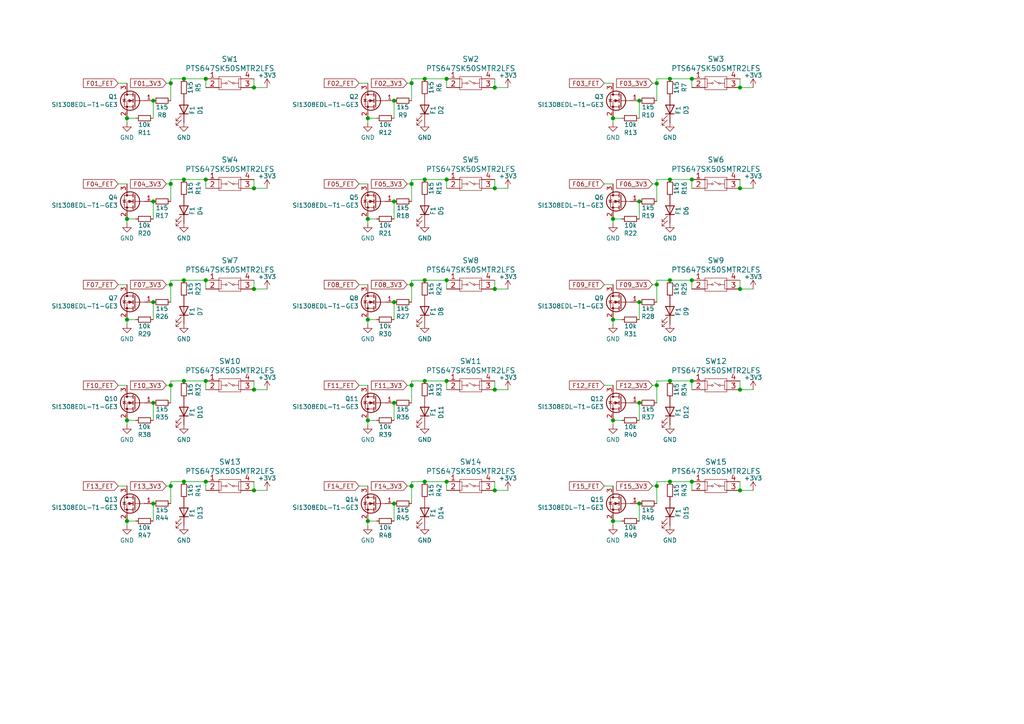
<source format=kicad_sch>
(kicad_sch (version 20210126) (generator eeschema)
  (paper "A4")
  (lib_symbols
    (symbol "Device:LED" (pin_numbers hide) (pin_names (offset 1.016) hide)
      (property "Reference" "D" (at 0 2.54 0))
      (property "Value" "LED" (at 0 -2.54 0))
      (symbol "LED_1_1"
        (pin passive line (at -3.81 0 0) (length 2.54) (name "K") (number "1"))
        (pin passive line (at 3.81 0 180) (length 2.54) (name "A") (number "2"))
      )
    )
    (symbol "Device:R_Small" (pin_numbers hide) (pin_names (offset 0.254) hide)
      (property "Reference" "R" (at 0.762 0.508 0))
      (property "Value" "R_Small" (at 0.762 -1.016 0))
      (symbol "R_Small_1_1"
        (pin passive line (at 0 2.54 270) (length 0.762) (name "~") (number "1"))
        (pin passive line (at 0 -2.54 90) (length 0.762) (name "~") (number "2"))
      )
    )
    (symbol "PTS-647-SK50-SMTR2-LFS:PTS647SK50SMTR2LFS" (pin_names (offset 0.254) hide)
      (property "Reference" "SW" (at 10.795 5.715 0))
      (property "Value" "PTS647SK50SMTR2LFS" (at 10.795 3.175 0))
      (symbol "PTS647SK50SMTR2LFS_1_1"
        (pin unspecified line (at 3.81 0 0) (length 3.81) (name "1") (number "1"))
        (pin unspecified line (at 3.81 -2.54 0) (length 3.81) (name "2") (number "2"))
        (pin unspecified line (at 17.78 -2.54 180) (length 3.81) (name "3") (number "3"))
        (pin unspecified line (at 17.78 0 180) (length 3.81) (name "4") (number "4"))
      )
    )
    (symbol "Transistor_FET:ZXM61N03F" (pin_names hide)
      (property "Reference" "Q" (at 5.08 1.905 0))
      (property "Value" "ZXM61N03F" (at 5.08 0 0))
      (symbol "ZXM61N03F_1_1"
        (pin input line (at -5.08 0 0) (length 2.54) (name "G") (number "1"))
        (pin passive line (at 2.54 -5.08 90) (length 2.54) (name "S") (number "2"))
        (pin passive line (at 2.54 5.08 270) (length 2.54) (name "D") (number "3"))
      )
    )
    (symbol "power:+3.3V" (power) (pin_names (offset 0))
      (property "Value" "+3.3V" (at 0 3.556 0))
      (symbol "+3.3V_1_1"
        (pin power_in line (at 0 0 90) (length 0) hide (name "+3V3") (number "1"))
      )
    )
    (symbol "power:GND" (power) (pin_names (offset 0))
      (property "Value" "GND" (at 0 -3.81 0))
      (symbol "GND_1_1"
        (pin power_in line (at 0 0 270) (length 0) hide (name "GND") (number "1"))
      )
    )
  )
  (junction (at 36.83 34.29) (diameter 1.016))
  (junction (at 36.83 63.5) (diameter 1.016))
  (junction (at 36.83 92.71) (diameter 1.016))
  (junction (at 36.83 121.92) (diameter 1.016))
  (junction (at 36.83 151.13) (diameter 1.016))
  (junction (at 44.45 29.21) (diameter 1.016))
  (junction (at 44.45 58.42) (diameter 1.016))
  (junction (at 44.45 87.63) (diameter 1.016))
  (junction (at 44.45 116.84) (diameter 1.016))
  (junction (at 44.45 146.05) (diameter 1.016))
  (junction (at 49.53 24.13) (diameter 1.016))
  (junction (at 49.53 53.34) (diameter 1.016))
  (junction (at 49.53 82.55) (diameter 1.016))
  (junction (at 49.53 111.76) (diameter 1.016))
  (junction (at 49.53 140.97) (diameter 1.016))
  (junction (at 53.34 22.86) (diameter 1.016))
  (junction (at 53.34 52.07) (diameter 1.016))
  (junction (at 53.34 81.28) (diameter 1.016))
  (junction (at 53.34 110.49) (diameter 1.016))
  (junction (at 53.34 139.7) (diameter 1.016))
  (junction (at 59.69 22.86) (diameter 1.016))
  (junction (at 59.69 52.07) (diameter 1.016))
  (junction (at 59.69 81.28) (diameter 1.016))
  (junction (at 59.69 110.49) (diameter 1.016))
  (junction (at 59.69 139.7) (diameter 1.016))
  (junction (at 73.66 25.4) (diameter 1.016))
  (junction (at 73.66 54.61) (diameter 1.016))
  (junction (at 73.66 83.82) (diameter 1.016))
  (junction (at 73.66 113.03) (diameter 1.016))
  (junction (at 73.66 142.24) (diameter 1.016))
  (junction (at 106.68 34.29) (diameter 1.016))
  (junction (at 106.68 63.5) (diameter 1.016))
  (junction (at 106.68 92.71) (diameter 1.016))
  (junction (at 106.68 121.92) (diameter 1.016))
  (junction (at 106.68 151.13) (diameter 1.016))
  (junction (at 114.3 29.21) (diameter 1.016))
  (junction (at 114.3 58.42) (diameter 1.016))
  (junction (at 114.3 87.63) (diameter 1.016))
  (junction (at 114.3 116.84) (diameter 1.016))
  (junction (at 114.3 146.05) (diameter 1.016))
  (junction (at 119.38 24.13) (diameter 1.016))
  (junction (at 119.38 53.34) (diameter 1.016))
  (junction (at 119.38 82.55) (diameter 1.016))
  (junction (at 119.38 111.76) (diameter 1.016))
  (junction (at 119.38 140.97) (diameter 1.016))
  (junction (at 123.19 22.86) (diameter 1.016))
  (junction (at 123.19 52.07) (diameter 1.016))
  (junction (at 123.19 81.28) (diameter 1.016))
  (junction (at 123.19 110.49) (diameter 1.016))
  (junction (at 123.19 139.7) (diameter 1.016))
  (junction (at 129.54 22.86) (diameter 1.016))
  (junction (at 129.54 52.07) (diameter 1.016))
  (junction (at 129.54 81.28) (diameter 1.016))
  (junction (at 129.54 110.49) (diameter 1.016))
  (junction (at 129.54 139.7) (diameter 1.016))
  (junction (at 143.51 25.4) (diameter 1.016))
  (junction (at 143.51 54.61) (diameter 1.016))
  (junction (at 143.51 83.82) (diameter 1.016))
  (junction (at 143.51 113.03) (diameter 1.016))
  (junction (at 143.51 142.24) (diameter 1.016))
  (junction (at 177.8 34.29) (diameter 1.016))
  (junction (at 177.8 63.5) (diameter 1.016))
  (junction (at 177.8 92.71) (diameter 1.016))
  (junction (at 177.8 121.92) (diameter 1.016))
  (junction (at 177.8 151.13) (diameter 1.016))
  (junction (at 185.42 29.21) (diameter 1.016))
  (junction (at 185.42 58.42) (diameter 1.016))
  (junction (at 185.42 87.63) (diameter 1.016))
  (junction (at 185.42 116.84) (diameter 1.016))
  (junction (at 185.42 146.05) (diameter 1.016))
  (junction (at 190.5 24.13) (diameter 1.016))
  (junction (at 190.5 53.34) (diameter 1.016))
  (junction (at 190.5 82.55) (diameter 1.016))
  (junction (at 190.5 111.76) (diameter 1.016))
  (junction (at 190.5 140.97) (diameter 1.016))
  (junction (at 194.31 22.86) (diameter 1.016))
  (junction (at 194.31 52.07) (diameter 1.016))
  (junction (at 194.31 81.28) (diameter 1.016))
  (junction (at 194.31 110.49) (diameter 1.016))
  (junction (at 194.31 139.7) (diameter 1.016))
  (junction (at 200.66 22.86) (diameter 1.016))
  (junction (at 200.66 52.07) (diameter 1.016))
  (junction (at 200.66 81.28) (diameter 1.016))
  (junction (at 200.66 110.49) (diameter 1.016))
  (junction (at 200.66 139.7) (diameter 1.016))
  (junction (at 214.63 25.4) (diameter 1.016))
  (junction (at 214.63 54.61) (diameter 1.016))
  (junction (at 214.63 83.82) (diameter 1.016))
  (junction (at 214.63 113.03) (diameter 1.016))
  (junction (at 214.63 142.24) (diameter 1.016))
  (wire (pts (xy 34.29 24.13) (xy 36.83 24.13)))
  (wire (pts (xy 34.29 53.34) (xy 36.83 53.34)))
  (wire (pts (xy 34.29 82.55) (xy 36.83 82.55)))
  (wire (pts (xy 34.29 111.76) (xy 36.83 111.76)))
  (wire (pts (xy 34.29 140.97) (xy 36.83 140.97)))
  (wire (pts (xy 36.83 34.29) (xy 36.83 35.56)))
  (wire (pts (xy 36.83 34.29) (xy 39.37 34.29)))
  (wire (pts (xy 36.83 63.5) (xy 36.83 64.77)))
  (wire (pts (xy 36.83 63.5) (xy 39.37 63.5)))
  (wire (pts (xy 36.83 92.71) (xy 36.83 93.98)))
  (wire (pts (xy 36.83 92.71) (xy 39.37 92.71)))
  (wire (pts (xy 36.83 121.92) (xy 36.83 123.19)))
  (wire (pts (xy 36.83 121.92) (xy 39.37 121.92)))
  (wire (pts (xy 36.83 151.13) (xy 36.83 152.4)))
  (wire (pts (xy 36.83 151.13) (xy 39.37 151.13)))
  (wire (pts (xy 44.45 29.21) (xy 44.45 34.29)))
  (wire (pts (xy 44.45 58.42) (xy 44.45 63.5)))
  (wire (pts (xy 44.45 87.63) (xy 44.45 92.71)))
  (wire (pts (xy 44.45 116.84) (xy 44.45 121.92)))
  (wire (pts (xy 44.45 146.05) (xy 44.45 151.13)))
  (wire (pts (xy 48.26 24.13) (xy 49.53 24.13)))
  (wire (pts (xy 48.26 53.34) (xy 49.53 53.34)))
  (wire (pts (xy 48.26 82.55) (xy 49.53 82.55)))
  (wire (pts (xy 48.26 111.76) (xy 49.53 111.76)))
  (wire (pts (xy 48.26 140.97) (xy 49.53 140.97)))
  (wire (pts (xy 49.53 22.86) (xy 49.53 24.13)))
  (wire (pts (xy 49.53 22.86) (xy 53.34 22.86)))
  (wire (pts (xy 49.53 24.13) (xy 49.53 29.21)))
  (wire (pts (xy 49.53 52.07) (xy 49.53 53.34)))
  (wire (pts (xy 49.53 52.07) (xy 53.34 52.07)))
  (wire (pts (xy 49.53 53.34) (xy 49.53 58.42)))
  (wire (pts (xy 49.53 81.28) (xy 49.53 82.55)))
  (wire (pts (xy 49.53 81.28) (xy 53.34 81.28)))
  (wire (pts (xy 49.53 82.55) (xy 49.53 87.63)))
  (wire (pts (xy 49.53 110.49) (xy 49.53 111.76)))
  (wire (pts (xy 49.53 110.49) (xy 53.34 110.49)))
  (wire (pts (xy 49.53 111.76) (xy 49.53 116.84)))
  (wire (pts (xy 49.53 139.7) (xy 49.53 140.97)))
  (wire (pts (xy 49.53 139.7) (xy 53.34 139.7)))
  (wire (pts (xy 49.53 140.97) (xy 49.53 146.05)))
  (wire (pts (xy 53.34 22.86) (xy 59.69 22.86)))
  (wire (pts (xy 53.34 52.07) (xy 59.69 52.07)))
  (wire (pts (xy 53.34 81.28) (xy 59.69 81.28)))
  (wire (pts (xy 53.34 110.49) (xy 59.69 110.49)))
  (wire (pts (xy 53.34 139.7) (xy 59.69 139.7)))
  (wire (pts (xy 59.69 25.4) (xy 59.69 22.86)))
  (wire (pts (xy 59.69 54.61) (xy 59.69 52.07)))
  (wire (pts (xy 59.69 83.82) (xy 59.69 81.28)))
  (wire (pts (xy 59.69 113.03) (xy 59.69 110.49)))
  (wire (pts (xy 59.69 142.24) (xy 59.69 139.7)))
  (wire (pts (xy 73.66 22.86) (xy 73.66 25.4)))
  (wire (pts (xy 73.66 25.4) (xy 77.47 25.4)))
  (wire (pts (xy 73.66 52.07) (xy 73.66 54.61)))
  (wire (pts (xy 73.66 54.61) (xy 77.47 54.61)))
  (wire (pts (xy 73.66 81.28) (xy 73.66 83.82)))
  (wire (pts (xy 73.66 83.82) (xy 77.47 83.82)))
  (wire (pts (xy 73.66 110.49) (xy 73.66 113.03)))
  (wire (pts (xy 73.66 113.03) (xy 77.47 113.03)))
  (wire (pts (xy 73.66 139.7) (xy 73.66 142.24)))
  (wire (pts (xy 73.66 142.24) (xy 77.47 142.24)))
  (wire (pts (xy 104.14 24.13) (xy 106.68 24.13)))
  (wire (pts (xy 104.14 53.34) (xy 106.68 53.34)))
  (wire (pts (xy 104.14 82.55) (xy 106.68 82.55)))
  (wire (pts (xy 104.14 111.76) (xy 106.68 111.76)))
  (wire (pts (xy 104.14 140.97) (xy 106.68 140.97)))
  (wire (pts (xy 106.68 34.29) (xy 106.68 35.56)))
  (wire (pts (xy 106.68 34.29) (xy 109.22 34.29)))
  (wire (pts (xy 106.68 63.5) (xy 106.68 64.77)))
  (wire (pts (xy 106.68 63.5) (xy 109.22 63.5)))
  (wire (pts (xy 106.68 92.71) (xy 106.68 93.98)))
  (wire (pts (xy 106.68 92.71) (xy 109.22 92.71)))
  (wire (pts (xy 106.68 121.92) (xy 106.68 123.19)))
  (wire (pts (xy 106.68 121.92) (xy 109.22 121.92)))
  (wire (pts (xy 106.68 151.13) (xy 106.68 152.4)))
  (wire (pts (xy 106.68 151.13) (xy 109.22 151.13)))
  (wire (pts (xy 114.3 29.21) (xy 114.3 34.29)))
  (wire (pts (xy 114.3 58.42) (xy 114.3 63.5)))
  (wire (pts (xy 114.3 87.63) (xy 114.3 92.71)))
  (wire (pts (xy 114.3 116.84) (xy 114.3 121.92)))
  (wire (pts (xy 114.3 146.05) (xy 114.3 151.13)))
  (wire (pts (xy 118.11 24.13) (xy 119.38 24.13)))
  (wire (pts (xy 118.11 53.34) (xy 119.38 53.34)))
  (wire (pts (xy 118.11 82.55) (xy 119.38 82.55)))
  (wire (pts (xy 118.11 111.76) (xy 119.38 111.76)))
  (wire (pts (xy 118.11 140.97) (xy 119.38 140.97)))
  (wire (pts (xy 119.38 22.86) (xy 119.38 24.13)))
  (wire (pts (xy 119.38 22.86) (xy 123.19 22.86)))
  (wire (pts (xy 119.38 24.13) (xy 119.38 29.21)))
  (wire (pts (xy 119.38 52.07) (xy 119.38 53.34)))
  (wire (pts (xy 119.38 52.07) (xy 123.19 52.07)))
  (wire (pts (xy 119.38 53.34) (xy 119.38 58.42)))
  (wire (pts (xy 119.38 81.28) (xy 119.38 82.55)))
  (wire (pts (xy 119.38 81.28) (xy 123.19 81.28)))
  (wire (pts (xy 119.38 82.55) (xy 119.38 87.63)))
  (wire (pts (xy 119.38 110.49) (xy 119.38 111.76)))
  (wire (pts (xy 119.38 110.49) (xy 123.19 110.49)))
  (wire (pts (xy 119.38 111.76) (xy 119.38 116.84)))
  (wire (pts (xy 119.38 139.7) (xy 119.38 140.97)))
  (wire (pts (xy 119.38 139.7) (xy 123.19 139.7)))
  (wire (pts (xy 119.38 140.97) (xy 119.38 146.05)))
  (wire (pts (xy 123.19 22.86) (xy 129.54 22.86)))
  (wire (pts (xy 123.19 52.07) (xy 129.54 52.07)))
  (wire (pts (xy 123.19 81.28) (xy 129.54 81.28)))
  (wire (pts (xy 123.19 110.49) (xy 129.54 110.49)))
  (wire (pts (xy 123.19 139.7) (xy 129.54 139.7)))
  (wire (pts (xy 129.54 25.4) (xy 129.54 22.86)))
  (wire (pts (xy 129.54 54.61) (xy 129.54 52.07)))
  (wire (pts (xy 129.54 83.82) (xy 129.54 81.28)))
  (wire (pts (xy 129.54 113.03) (xy 129.54 110.49)))
  (wire (pts (xy 129.54 142.24) (xy 129.54 139.7)))
  (wire (pts (xy 143.51 22.86) (xy 143.51 25.4)))
  (wire (pts (xy 143.51 25.4) (xy 147.32 25.4)))
  (wire (pts (xy 143.51 52.07) (xy 143.51 54.61)))
  (wire (pts (xy 143.51 54.61) (xy 147.32 54.61)))
  (wire (pts (xy 143.51 81.28) (xy 143.51 83.82)))
  (wire (pts (xy 143.51 83.82) (xy 147.32 83.82)))
  (wire (pts (xy 143.51 110.49) (xy 143.51 113.03)))
  (wire (pts (xy 143.51 113.03) (xy 147.32 113.03)))
  (wire (pts (xy 143.51 139.7) (xy 143.51 142.24)))
  (wire (pts (xy 143.51 142.24) (xy 147.32 142.24)))
  (wire (pts (xy 175.26 24.13) (xy 177.8 24.13)))
  (wire (pts (xy 175.26 53.34) (xy 177.8 53.34)))
  (wire (pts (xy 175.26 82.55) (xy 177.8 82.55)))
  (wire (pts (xy 175.26 111.76) (xy 177.8 111.76)))
  (wire (pts (xy 175.26 140.97) (xy 177.8 140.97)))
  (wire (pts (xy 177.8 34.29) (xy 177.8 35.56)))
  (wire (pts (xy 177.8 34.29) (xy 180.34 34.29)))
  (wire (pts (xy 177.8 63.5) (xy 177.8 64.77)))
  (wire (pts (xy 177.8 63.5) (xy 180.34 63.5)))
  (wire (pts (xy 177.8 92.71) (xy 177.8 93.98)))
  (wire (pts (xy 177.8 92.71) (xy 180.34 92.71)))
  (wire (pts (xy 177.8 121.92) (xy 177.8 123.19)))
  (wire (pts (xy 177.8 121.92) (xy 180.34 121.92)))
  (wire (pts (xy 177.8 151.13) (xy 177.8 152.4)))
  (wire (pts (xy 177.8 151.13) (xy 180.34 151.13)))
  (wire (pts (xy 185.42 29.21) (xy 185.42 34.29)))
  (wire (pts (xy 185.42 58.42) (xy 185.42 63.5)))
  (wire (pts (xy 185.42 87.63) (xy 185.42 92.71)))
  (wire (pts (xy 185.42 116.84) (xy 185.42 121.92)))
  (wire (pts (xy 185.42 146.05) (xy 185.42 151.13)))
  (wire (pts (xy 189.23 24.13) (xy 190.5 24.13)))
  (wire (pts (xy 189.23 53.34) (xy 190.5 53.34)))
  (wire (pts (xy 189.23 82.55) (xy 190.5 82.55)))
  (wire (pts (xy 189.23 111.76) (xy 190.5 111.76)))
  (wire (pts (xy 189.23 140.97) (xy 190.5 140.97)))
  (wire (pts (xy 190.5 22.86) (xy 190.5 24.13)))
  (wire (pts (xy 190.5 22.86) (xy 194.31 22.86)))
  (wire (pts (xy 190.5 24.13) (xy 190.5 29.21)))
  (wire (pts (xy 190.5 52.07) (xy 190.5 53.34)))
  (wire (pts (xy 190.5 52.07) (xy 194.31 52.07)))
  (wire (pts (xy 190.5 53.34) (xy 190.5 58.42)))
  (wire (pts (xy 190.5 81.28) (xy 190.5 82.55)))
  (wire (pts (xy 190.5 81.28) (xy 194.31 81.28)))
  (wire (pts (xy 190.5 82.55) (xy 190.5 87.63)))
  (wire (pts (xy 190.5 110.49) (xy 190.5 111.76)))
  (wire (pts (xy 190.5 110.49) (xy 194.31 110.49)))
  (wire (pts (xy 190.5 111.76) (xy 190.5 116.84)))
  (wire (pts (xy 190.5 139.7) (xy 190.5 140.97)))
  (wire (pts (xy 190.5 139.7) (xy 194.31 139.7)))
  (wire (pts (xy 190.5 140.97) (xy 190.5 146.05)))
  (wire (pts (xy 194.31 22.86) (xy 200.66 22.86)))
  (wire (pts (xy 194.31 52.07) (xy 200.66 52.07)))
  (wire (pts (xy 194.31 81.28) (xy 200.66 81.28)))
  (wire (pts (xy 194.31 110.49) (xy 200.66 110.49)))
  (wire (pts (xy 194.31 139.7) (xy 200.66 139.7)))
  (wire (pts (xy 200.66 25.4) (xy 200.66 22.86)))
  (wire (pts (xy 200.66 54.61) (xy 200.66 52.07)))
  (wire (pts (xy 200.66 83.82) (xy 200.66 81.28)))
  (wire (pts (xy 200.66 113.03) (xy 200.66 110.49)))
  (wire (pts (xy 200.66 142.24) (xy 200.66 139.7)))
  (wire (pts (xy 214.63 22.86) (xy 214.63 25.4)))
  (wire (pts (xy 214.63 25.4) (xy 218.44 25.4)))
  (wire (pts (xy 214.63 52.07) (xy 214.63 54.61)))
  (wire (pts (xy 214.63 54.61) (xy 218.44 54.61)))
  (wire (pts (xy 214.63 81.28) (xy 214.63 83.82)))
  (wire (pts (xy 214.63 83.82) (xy 218.44 83.82)))
  (wire (pts (xy 214.63 110.49) (xy 214.63 113.03)))
  (wire (pts (xy 214.63 113.03) (xy 218.44 113.03)))
  (wire (pts (xy 214.63 139.7) (xy 214.63 142.24)))
  (wire (pts (xy 214.63 142.24) (xy 218.44 142.24)))
  (global_label "F01_FET" (shape input) (at 34.29 24.13 180) (property "Intersheet References" "${INTERSHEET_REFS}" (effects hide)))
  (global_label "F04_FET" (shape input) (at 34.29 53.34 180) (property "Intersheet References" "${INTERSHEET_REFS}" (effects hide)))
  (global_label "F07_FET" (shape input) (at 34.29 82.55 180) (property "Intersheet References" "${INTERSHEET_REFS}" (effects hide)))
  (global_label "F10_FET" (shape input) (at 34.29 111.76 180) (property "Intersheet References" "${INTERSHEET_REFS}" (effects hide)))
  (global_label "F13_FET" (shape input) (at 34.29 140.97 180) (property "Intersheet References" "${INTERSHEET_REFS}" (effects hide)))
  (global_label "F01_3V3" (shape input) (at 48.26 24.13 180) (property "Intersheet References" "${INTERSHEET_REFS}" (effects hide)))
  (global_label "F04_3V3" (shape input) (at 48.26 53.34 180) (property "Intersheet References" "${INTERSHEET_REFS}" (effects hide)))
  (global_label "F07_3V3" (shape input) (at 48.26 82.55 180) (property "Intersheet References" "${INTERSHEET_REFS}" (effects hide)))
  (global_label "F10_3V3" (shape input) (at 48.26 111.76 180) (property "Intersheet References" "${INTERSHEET_REFS}" (effects hide)))
  (global_label "F13_3V3" (shape input) (at 48.26 140.97 180) (property "Intersheet References" "${INTERSHEET_REFS}" (effects hide)))
  (global_label "F02_FET" (shape input) (at 104.14 24.13 180) (property "Intersheet References" "${INTERSHEET_REFS}" (effects hide)))
  (global_label "F05_FET" (shape input) (at 104.14 53.34 180) (property "Intersheet References" "${INTERSHEET_REFS}" (effects hide)))
  (global_label "F08_FET" (shape input) (at 104.14 82.55 180) (property "Intersheet References" "${INTERSHEET_REFS}" (effects hide)))
  (global_label "F11_FET" (shape input) (at 104.14 111.76 180) (property "Intersheet References" "${INTERSHEET_REFS}" (effects hide)))
  (global_label "F14_FET" (shape input) (at 104.14 140.97 180) (property "Intersheet References" "${INTERSHEET_REFS}" (effects hide)))
  (global_label "F02_3V3" (shape input) (at 118.11 24.13 180) (property "Intersheet References" "${INTERSHEET_REFS}" (effects hide)))
  (global_label "F05_3V3" (shape input) (at 118.11 53.34 180) (property "Intersheet References" "${INTERSHEET_REFS}" (effects hide)))
  (global_label "F08_3V3" (shape input) (at 118.11 82.55 180) (property "Intersheet References" "${INTERSHEET_REFS}" (effects hide)))
  (global_label "F11_3V3" (shape input) (at 118.11 111.76 180) (property "Intersheet References" "${INTERSHEET_REFS}" (effects hide)))
  (global_label "F14_3V3" (shape input) (at 118.11 140.97 180) (property "Intersheet References" "${INTERSHEET_REFS}" (effects hide)))
  (global_label "F03_FET" (shape input) (at 175.26 24.13 180) (property "Intersheet References" "${INTERSHEET_REFS}" (effects hide)))
  (global_label "F06_FET" (shape input) (at 175.26 53.34 180) (property "Intersheet References" "${INTERSHEET_REFS}" (effects hide)))
  (global_label "F09_FET" (shape input) (at 175.26 82.55 180) (property "Intersheet References" "${INTERSHEET_REFS}" (effects hide)))
  (global_label "F12_FET" (shape input) (at 175.26 111.76 180) (property "Intersheet References" "${INTERSHEET_REFS}" (effects hide)))
  (global_label "F15_FET" (shape input) (at 175.26 140.97 180) (property "Intersheet References" "${INTERSHEET_REFS}" (effects hide)))
  (global_label "F03_3V3" (shape input) (at 189.23 24.13 180) (property "Intersheet References" "${INTERSHEET_REFS}" (effects hide)))
  (global_label "F06_3V3" (shape input) (at 189.23 53.34 180) (property "Intersheet References" "${INTERSHEET_REFS}" (effects hide)))
  (global_label "F09_3V3" (shape input) (at 189.23 82.55 180) (property "Intersheet References" "${INTERSHEET_REFS}" (effects hide)))
  (global_label "F12_3V3" (shape input) (at 189.23 111.76 180) (property "Intersheet References" "${INTERSHEET_REFS}" (effects hide)))
  (global_label "F15_3V3" (shape input) (at 189.23 140.97 180) (property "Intersheet References" "${INTERSHEET_REFS}" (effects hide)))
  (symbol (lib_id "power:+3.3V") (at 77.47 25.4 0) (mirror y) (unit 1)
    (property "Reference" "#PWR043" (effects hide))
    (property "Value" "+3.3V" (at 77.47 21.8526 0))
  )
  (symbol (lib_id "power:+3.3V") (at 77.47 54.61 0) (mirror y) (unit 1)
    (property "Reference" "#PWR052" (effects hide))
    (property "Value" "+3.3V" (at 77.47 51.0626 0))
  )
  (symbol (lib_id "power:+3.3V") (at 77.47 83.82 0) (mirror y) (unit 1)
    (property "Reference" "#PWR061" (effects hide))
    (property "Value" "+3.3V" (at 77.47 80.2726 0))
  )
  (symbol (lib_id "power:+3.3V") (at 77.47 113.03 0) (mirror y) (unit 1)
    (property "Reference" "#PWR070" (effects hide))
    (property "Value" "+3.3V" (at 77.47 109.4826 0))
  )
  (symbol (lib_id "power:+3.3V") (at 77.47 142.24 0) (mirror y) (unit 1)
    (property "Reference" "#PWR079" (effects hide))
    (property "Value" "+3.3V" (at 77.47 138.6926 0))
  )
  (symbol (lib_id "power:+3.3V") (at 147.32 25.4 0) (mirror y) (unit 1)
    (property "Reference" "#PWR044" (effects hide))
    (property "Value" "+3.3V" (at 147.32 21.8526 0))
  )
  (symbol (lib_id "power:+3.3V") (at 147.32 54.61 0) (mirror y) (unit 1)
    (property "Reference" "#PWR053" (effects hide))
    (property "Value" "+3.3V" (at 147.32 51.0626 0))
  )
  (symbol (lib_id "power:+3.3V") (at 147.32 83.82 0) (mirror y) (unit 1)
    (property "Reference" "#PWR062" (effects hide))
    (property "Value" "+3.3V" (at 147.32 80.2726 0))
  )
  (symbol (lib_id "power:+3.3V") (at 147.32 113.03 0) (mirror y) (unit 1)
    (property "Reference" "#PWR071" (effects hide))
    (property "Value" "+3.3V" (at 147.32 109.4826 0))
  )
  (symbol (lib_id "power:+3.3V") (at 147.32 142.24 0) (mirror y) (unit 1)
    (property "Reference" "#PWR080" (effects hide))
    (property "Value" "+3.3V" (at 147.32 138.6926 0))
  )
  (symbol (lib_id "power:+3.3V") (at 218.44 25.4 0) (mirror y) (unit 1)
    (property "Reference" "#PWR045" (effects hide))
    (property "Value" "+3.3V" (at 218.44 21.8526 0))
  )
  (symbol (lib_id "power:+3.3V") (at 218.44 54.61 0) (mirror y) (unit 1)
    (property "Reference" "#PWR054" (effects hide))
    (property "Value" "+3.3V" (at 218.44 51.0626 0))
  )
  (symbol (lib_id "power:+3.3V") (at 218.44 83.82 0) (mirror y) (unit 1)
    (property "Reference" "#PWR063" (effects hide))
    (property "Value" "+3.3V" (at 218.44 80.2726 0))
  )
  (symbol (lib_id "power:+3.3V") (at 218.44 113.03 0) (mirror y) (unit 1)
    (property "Reference" "#PWR072" (effects hide))
    (property "Value" "+3.3V" (at 218.44 109.4826 0))
  )
  (symbol (lib_id "power:+3.3V") (at 218.44 142.24 0) (mirror y) (unit 1)
    (property "Reference" "#PWR081" (effects hide))
    (property "Value" "+3.3V" (at 218.44 138.6926 0))
  )
  (symbol (lib_id "power:GND") (at 36.83 35.56 0) (mirror y) (unit 1)
    (property "Reference" "#PWR046" (effects hide))
    (property "Value" "GND" (at 36.83 39.8844 0))
  )
  (symbol (lib_id "power:GND") (at 36.83 64.77 0) (mirror y) (unit 1)
    (property "Reference" "#PWR055" (effects hide))
    (property "Value" "GND" (at 36.83 69.0944 0))
  )
  (symbol (lib_id "power:GND") (at 36.83 93.98 0) (mirror y) (unit 1)
    (property "Reference" "#PWR064" (effects hide))
    (property "Value" "GND" (at 36.83 98.3044 0))
  )
  (symbol (lib_id "power:GND") (at 36.83 123.19 0) (mirror y) (unit 1)
    (property "Reference" "#PWR073" (effects hide))
    (property "Value" "GND" (at 36.83 127.5144 0))
  )
  (symbol (lib_id "power:GND") (at 36.83 152.4 0) (mirror y) (unit 1)
    (property "Reference" "#PWR082" (effects hide))
    (property "Value" "GND" (at 36.83 156.7244 0))
  )
  (symbol (lib_id "power:GND") (at 53.34 35.56 0) (mirror y) (unit 1)
    (property "Reference" "#PWR047" (effects hide))
    (property "Value" "GND" (at 53.34 39.8844 0))
  )
  (symbol (lib_id "power:GND") (at 53.34 64.77 0) (mirror y) (unit 1)
    (property "Reference" "#PWR056" (effects hide))
    (property "Value" "GND" (at 53.34 69.0944 0))
  )
  (symbol (lib_id "power:GND") (at 53.34 93.98 0) (mirror y) (unit 1)
    (property "Reference" "#PWR065" (effects hide))
    (property "Value" "GND" (at 53.34 98.3044 0))
  )
  (symbol (lib_id "power:GND") (at 53.34 123.19 0) (mirror y) (unit 1)
    (property "Reference" "#PWR074" (effects hide))
    (property "Value" "GND" (at 53.34 127.5144 0))
  )
  (symbol (lib_id "power:GND") (at 53.34 152.4 0) (mirror y) (unit 1)
    (property "Reference" "#PWR083" (effects hide))
    (property "Value" "GND" (at 53.34 156.7244 0))
  )
  (symbol (lib_id "power:GND") (at 106.68 35.56 0) (mirror y) (unit 1)
    (property "Reference" "#PWR048" (effects hide))
    (property "Value" "GND" (at 106.68 39.8844 0))
  )
  (symbol (lib_id "power:GND") (at 106.68 64.77 0) (mirror y) (unit 1)
    (property "Reference" "#PWR057" (effects hide))
    (property "Value" "GND" (at 106.68 69.0944 0))
  )
  (symbol (lib_id "power:GND") (at 106.68 93.98 0) (mirror y) (unit 1)
    (property "Reference" "#PWR066" (effects hide))
    (property "Value" "GND" (at 106.68 98.3044 0))
  )
  (symbol (lib_id "power:GND") (at 106.68 123.19 0) (mirror y) (unit 1)
    (property "Reference" "#PWR075" (effects hide))
    (property "Value" "GND" (at 106.68 127.5144 0))
  )
  (symbol (lib_id "power:GND") (at 106.68 152.4 0) (mirror y) (unit 1)
    (property "Reference" "#PWR084" (effects hide))
    (property "Value" "GND" (at 106.68 156.7244 0))
  )
  (symbol (lib_id "power:GND") (at 123.19 35.56 0) (mirror y) (unit 1)
    (property "Reference" "#PWR049" (effects hide))
    (property "Value" "GND" (at 123.19 39.8844 0))
  )
  (symbol (lib_id "power:GND") (at 123.19 64.77 0) (mirror y) (unit 1)
    (property "Reference" "#PWR058" (effects hide))
    (property "Value" "GND" (at 123.19 69.0944 0))
  )
  (symbol (lib_id "power:GND") (at 123.19 93.98 0) (mirror y) (unit 1)
    (property "Reference" "#PWR067" (effects hide))
    (property "Value" "GND" (at 123.19 98.3044 0))
  )
  (symbol (lib_id "power:GND") (at 123.19 123.19 0) (mirror y) (unit 1)
    (property "Reference" "#PWR076" (effects hide))
    (property "Value" "GND" (at 123.19 127.5144 0))
  )
  (symbol (lib_id "power:GND") (at 123.19 152.4 0) (mirror y) (unit 1)
    (property "Reference" "#PWR085" (effects hide))
    (property "Value" "GND" (at 123.19 156.7244 0))
  )
  (symbol (lib_id "power:GND") (at 177.8 35.56 0) (mirror y) (unit 1)
    (property "Reference" "#PWR050" (effects hide))
    (property "Value" "GND" (at 177.8 39.8844 0))
  )
  (symbol (lib_id "power:GND") (at 177.8 64.77 0) (mirror y) (unit 1)
    (property "Reference" "#PWR059" (effects hide))
    (property "Value" "GND" (at 177.8 69.0944 0))
  )
  (symbol (lib_id "power:GND") (at 177.8 93.98 0) (mirror y) (unit 1)
    (property "Reference" "#PWR068" (effects hide))
    (property "Value" "GND" (at 177.8 98.3044 0))
  )
  (symbol (lib_id "power:GND") (at 177.8 123.19 0) (mirror y) (unit 1)
    (property "Reference" "#PWR077" (effects hide))
    (property "Value" "GND" (at 177.8 127.5144 0))
  )
  (symbol (lib_id "power:GND") (at 177.8 152.4 0) (mirror y) (unit 1)
    (property "Reference" "#PWR086" (effects hide))
    (property "Value" "GND" (at 177.8 156.7244 0))
  )
  (symbol (lib_id "power:GND") (at 194.31 35.56 0) (mirror y) (unit 1)
    (property "Reference" "#PWR051" (effects hide))
    (property "Value" "GND" (at 194.31 39.8844 0))
  )
  (symbol (lib_id "power:GND") (at 194.31 64.77 0) (mirror y) (unit 1)
    (property "Reference" "#PWR060" (effects hide))
    (property "Value" "GND" (at 194.31 69.0944 0))
  )
  (symbol (lib_id "power:GND") (at 194.31 93.98 0) (mirror y) (unit 1)
    (property "Reference" "#PWR069" (effects hide))
    (property "Value" "GND" (at 194.31 98.3044 0))
  )
  (symbol (lib_id "power:GND") (at 194.31 123.19 0) (mirror y) (unit 1)
    (property "Reference" "#PWR078" (effects hide))
    (property "Value" "GND" (at 194.31 127.5144 0))
  )
  (symbol (lib_id "power:GND") (at 194.31 152.4 0) (mirror y) (unit 1)
    (property "Reference" "#PWR087" (effects hide))
    (property "Value" "GND" (at 194.31 156.7244 0))
  )
  (symbol (lib_id "Device:R_Small") (at 41.91 34.29 90) (mirror x) (unit 1)
    (property "Reference" "R11" (at 41.91 38.4598 90))
    (property "Value" "10k" (at 41.91 36.1611 90))
    (property "Footprint" "Resistor_SMD:R_0805_2012Metric" (effects hide))
  )
  (symbol (lib_id "Device:R_Small") (at 41.91 63.5 90) (mirror x) (unit 1)
    (property "Reference" "R20" (at 41.91 67.6698 90))
    (property "Value" "10k" (at 41.91 65.3711 90))
    (property "Footprint" "Resistor_SMD:R_0805_2012Metric" (effects hide))
  )
  (symbol (lib_id "Device:R_Small") (at 41.91 92.71 90) (mirror x) (unit 1)
    (property "Reference" "R29" (at 41.91 96.8798 90))
    (property "Value" "10k" (at 41.91 94.5811 90))
    (property "Footprint" "Resistor_SMD:R_0805_2012Metric" (effects hide))
  )
  (symbol (lib_id "Device:R_Small") (at 41.91 121.92 90) (mirror x) (unit 1)
    (property "Reference" "R38" (at 41.91 126.0898 90))
    (property "Value" "10k" (at 41.91 123.7911 90))
    (property "Footprint" "Resistor_SMD:R_0805_2012Metric" (effects hide))
  )
  (symbol (lib_id "Device:R_Small") (at 41.91 151.13 90) (mirror x) (unit 1)
    (property "Reference" "R47" (at 41.91 155.2998 90))
    (property "Value" "10k" (at 41.91 153.0011 90))
    (property "Footprint" "Resistor_SMD:R_0805_2012Metric" (effects hide))
  )
  (symbol (lib_id "Device:R_Small") (at 46.99 29.21 90) (mirror x) (unit 1)
    (property "Reference" "R8" (at 46.99 33.3798 90))
    (property "Value" "1k5" (at 46.99 31.0811 90))
    (property "Footprint" "Resistor_SMD:R_0805_2012Metric" (effects hide))
  )
  (symbol (lib_id "Device:R_Small") (at 46.99 58.42 90) (mirror x) (unit 1)
    (property "Reference" "R17" (at 46.99 62.5898 90))
    (property "Value" "1k5" (at 46.99 60.2911 90))
    (property "Footprint" "Resistor_SMD:R_0805_2012Metric" (effects hide))
  )
  (symbol (lib_id "Device:R_Small") (at 46.99 87.63 90) (mirror x) (unit 1)
    (property "Reference" "R26" (at 46.99 91.7998 90))
    (property "Value" "1k5" (at 46.99 89.5011 90))
    (property "Footprint" "Resistor_SMD:R_0805_2012Metric" (effects hide))
  )
  (symbol (lib_id "Device:R_Small") (at 46.99 116.84 90) (mirror x) (unit 1)
    (property "Reference" "R35" (at 46.99 121.0098 90))
    (property "Value" "1k5" (at 46.99 118.7111 90))
    (property "Footprint" "Resistor_SMD:R_0805_2012Metric" (effects hide))
  )
  (symbol (lib_id "Device:R_Small") (at 46.99 146.05 90) (mirror x) (unit 1)
    (property "Reference" "R44" (at 46.99 150.2198 90))
    (property "Value" "1k5" (at 46.99 147.9211 90))
    (property "Footprint" "Resistor_SMD:R_0805_2012Metric" (effects hide))
  )
  (symbol (lib_id "Device:R_Small") (at 53.34 25.4 0) (mirror x) (unit 1)
    (property "Reference" "R5" (at 57.5098 25.4 90))
    (property "Value" "1k5" (at 55.2111 25.4 90))
    (property "Footprint" "Resistor_SMD:R_0805_2012Metric" (effects hide))
  )
  (symbol (lib_id "Device:R_Small") (at 53.34 54.61 0) (mirror x) (unit 1)
    (property "Reference" "R14" (at 57.5098 54.61 90))
    (property "Value" "1k5" (at 55.2111 54.61 90))
    (property "Footprint" "Resistor_SMD:R_0805_2012Metric" (effects hide))
  )
  (symbol (lib_id "Device:R_Small") (at 53.34 83.82 0) (mirror x) (unit 1)
    (property "Reference" "R23" (at 57.5098 83.82 90))
    (property "Value" "1k5" (at 55.2111 83.82 90))
    (property "Footprint" "Resistor_SMD:R_0805_2012Metric" (effects hide))
  )
  (symbol (lib_id "Device:R_Small") (at 53.34 113.03 0) (mirror x) (unit 1)
    (property "Reference" "R32" (at 57.5098 113.03 90))
    (property "Value" "1k5" (at 55.2111 113.03 90))
    (property "Footprint" "Resistor_SMD:R_0805_2012Metric" (effects hide))
  )
  (symbol (lib_id "Device:R_Small") (at 53.34 142.24 0) (mirror x) (unit 1)
    (property "Reference" "R41" (at 57.5098 142.24 90))
    (property "Value" "1k5" (at 55.2111 142.24 90))
    (property "Footprint" "Resistor_SMD:R_0805_2012Metric" (effects hide))
  )
  (symbol (lib_id "Device:R_Small") (at 111.76 34.29 90) (mirror x) (unit 1)
    (property "Reference" "R12" (at 111.76 38.4598 90))
    (property "Value" "10k" (at 111.76 36.1611 90))
    (property "Footprint" "Resistor_SMD:R_0805_2012Metric" (effects hide))
  )
  (symbol (lib_id "Device:R_Small") (at 111.76 63.5 90) (mirror x) (unit 1)
    (property "Reference" "R21" (at 111.76 67.6698 90))
    (property "Value" "10k" (at 111.76 65.3711 90))
    (property "Footprint" "Resistor_SMD:R_0805_2012Metric" (effects hide))
  )
  (symbol (lib_id "Device:R_Small") (at 111.76 92.71 90) (mirror x) (unit 1)
    (property "Reference" "R30" (at 111.76 96.8798 90))
    (property "Value" "10k" (at 111.76 94.5811 90))
    (property "Footprint" "Resistor_SMD:R_0805_2012Metric" (effects hide))
  )
  (symbol (lib_id "Device:R_Small") (at 111.76 121.92 90) (mirror x) (unit 1)
    (property "Reference" "R39" (at 111.76 126.0898 90))
    (property "Value" "10k" (at 111.76 123.7911 90))
    (property "Footprint" "Resistor_SMD:R_0805_2012Metric" (effects hide))
  )
  (symbol (lib_id "Device:R_Small") (at 111.76 151.13 90) (mirror x) (unit 1)
    (property "Reference" "R48" (at 111.76 155.2998 90))
    (property "Value" "10k" (at 111.76 153.0011 90))
    (property "Footprint" "Resistor_SMD:R_0805_2012Metric" (effects hide))
  )
  (symbol (lib_id "Device:R_Small") (at 116.84 29.21 90) (mirror x) (unit 1)
    (property "Reference" "R9" (at 116.84 33.3798 90))
    (property "Value" "1k5" (at 116.84 31.0811 90))
    (property "Footprint" "Resistor_SMD:R_0805_2012Metric" (effects hide))
  )
  (symbol (lib_id "Device:R_Small") (at 116.84 58.42 90) (mirror x) (unit 1)
    (property "Reference" "R18" (at 116.84 62.5898 90))
    (property "Value" "1k5" (at 116.84 60.2911 90))
    (property "Footprint" "Resistor_SMD:R_0805_2012Metric" (effects hide))
  )
  (symbol (lib_id "Device:R_Small") (at 116.84 87.63 90) (mirror x) (unit 1)
    (property "Reference" "R27" (at 116.84 91.7998 90))
    (property "Value" "1k5" (at 116.84 89.5011 90))
    (property "Footprint" "Resistor_SMD:R_0805_2012Metric" (effects hide))
  )
  (symbol (lib_id "Device:R_Small") (at 116.84 116.84 90) (mirror x) (unit 1)
    (property "Reference" "R36" (at 116.84 121.0098 90))
    (property "Value" "1k5" (at 116.84 118.7111 90))
    (property "Footprint" "Resistor_SMD:R_0805_2012Metric" (effects hide))
  )
  (symbol (lib_id "Device:R_Small") (at 116.84 146.05 90) (mirror x) (unit 1)
    (property "Reference" "R45" (at 116.84 150.2198 90))
    (property "Value" "1k5" (at 116.84 147.9211 90))
    (property "Footprint" "Resistor_SMD:R_0805_2012Metric" (effects hide))
  )
  (symbol (lib_id "Device:R_Small") (at 123.19 25.4 0) (mirror x) (unit 1)
    (property "Reference" "R6" (at 127.3598 25.4 90))
    (property "Value" "1k5" (at 125.0611 25.4 90))
    (property "Footprint" "Resistor_SMD:R_0805_2012Metric" (effects hide))
  )
  (symbol (lib_id "Device:R_Small") (at 123.19 54.61 0) (mirror x) (unit 1)
    (property "Reference" "R15" (at 127.3598 54.61 90))
    (property "Value" "1k5" (at 125.0611 54.61 90))
    (property "Footprint" "Resistor_SMD:R_0805_2012Metric" (effects hide))
  )
  (symbol (lib_id "Device:R_Small") (at 123.19 83.82 0) (mirror x) (unit 1)
    (property "Reference" "R24" (at 127.3598 83.82 90))
    (property "Value" "1k5" (at 125.0611 83.82 90))
    (property "Footprint" "Resistor_SMD:R_0805_2012Metric" (effects hide))
  )
  (symbol (lib_id "Device:R_Small") (at 123.19 113.03 0) (mirror x) (unit 1)
    (property "Reference" "R33" (at 127.3598 113.03 90))
    (property "Value" "1k5" (at 125.0611 113.03 90))
    (property "Footprint" "Resistor_SMD:R_0805_2012Metric" (effects hide))
  )
  (symbol (lib_id "Device:R_Small") (at 123.19 142.24 0) (mirror x) (unit 1)
    (property "Reference" "R42" (at 127.3598 142.24 90))
    (property "Value" "1k5" (at 125.0611 142.24 90))
    (property "Footprint" "Resistor_SMD:R_0805_2012Metric" (effects hide))
  )
  (symbol (lib_id "Device:R_Small") (at 182.88 34.29 90) (mirror x) (unit 1)
    (property "Reference" "R13" (at 182.88 38.4598 90))
    (property "Value" "10k" (at 182.88 36.1611 90))
    (property "Footprint" "Resistor_SMD:R_0805_2012Metric" (effects hide))
  )
  (symbol (lib_id "Device:R_Small") (at 182.88 63.5 90) (mirror x) (unit 1)
    (property "Reference" "R22" (at 182.88 67.6698 90))
    (property "Value" "10k" (at 182.88 65.3711 90))
    (property "Footprint" "Resistor_SMD:R_0805_2012Metric" (effects hide))
  )
  (symbol (lib_id "Device:R_Small") (at 182.88 92.71 90) (mirror x) (unit 1)
    (property "Reference" "R31" (at 182.88 96.8798 90))
    (property "Value" "10k" (at 182.88 94.5811 90))
    (property "Footprint" "Resistor_SMD:R_0805_2012Metric" (effects hide))
  )
  (symbol (lib_id "Device:R_Small") (at 182.88 121.92 90) (mirror x) (unit 1)
    (property "Reference" "R40" (at 182.88 126.0898 90))
    (property "Value" "10k" (at 182.88 123.7911 90))
    (property "Footprint" "Resistor_SMD:R_0805_2012Metric" (effects hide))
  )
  (symbol (lib_id "Device:R_Small") (at 182.88 151.13 90) (mirror x) (unit 1)
    (property "Reference" "R49" (at 182.88 155.2998 90))
    (property "Value" "10k" (at 182.88 153.0011 90))
    (property "Footprint" "Resistor_SMD:R_0805_2012Metric" (effects hide))
  )
  (symbol (lib_id "Device:R_Small") (at 187.96 29.21 90) (mirror x) (unit 1)
    (property "Reference" "R10" (at 187.96 33.3798 90))
    (property "Value" "1k5" (at 187.96 31.0811 90))
    (property "Footprint" "Resistor_SMD:R_0805_2012Metric" (effects hide))
  )
  (symbol (lib_id "Device:R_Small") (at 187.96 58.42 90) (mirror x) (unit 1)
    (property "Reference" "R19" (at 187.96 62.5898 90))
    (property "Value" "1k5" (at 187.96 60.2911 90))
    (property "Footprint" "Resistor_SMD:R_0805_2012Metric" (effects hide))
  )
  (symbol (lib_id "Device:R_Small") (at 187.96 87.63 90) (mirror x) (unit 1)
    (property "Reference" "R28" (at 187.96 91.7998 90))
    (property "Value" "1k5" (at 187.96 89.5011 90))
    (property "Footprint" "Resistor_SMD:R_0805_2012Metric" (effects hide))
  )
  (symbol (lib_id "Device:R_Small") (at 187.96 116.84 90) (mirror x) (unit 1)
    (property "Reference" "R37" (at 187.96 121.0098 90))
    (property "Value" "1k5" (at 187.96 118.7111 90))
    (property "Footprint" "Resistor_SMD:R_0805_2012Metric" (effects hide))
  )
  (symbol (lib_id "Device:R_Small") (at 187.96 146.05 90) (mirror x) (unit 1)
    (property "Reference" "R46" (at 187.96 150.2198 90))
    (property "Value" "1k5" (at 187.96 147.9211 90))
    (property "Footprint" "Resistor_SMD:R_0805_2012Metric" (effects hide))
  )
  (symbol (lib_id "Device:R_Small") (at 194.31 25.4 0) (mirror x) (unit 1)
    (property "Reference" "R7" (at 198.4798 25.4 90))
    (property "Value" "1k5" (at 196.1811 25.4 90))
    (property "Footprint" "Resistor_SMD:R_0805_2012Metric" (effects hide))
  )
  (symbol (lib_id "Device:R_Small") (at 194.31 54.61 0) (mirror x) (unit 1)
    (property "Reference" "R16" (at 198.4798 54.61 90))
    (property "Value" "1k5" (at 196.1811 54.61 90))
    (property "Footprint" "Resistor_SMD:R_0805_2012Metric" (effects hide))
  )
  (symbol (lib_id "Device:R_Small") (at 194.31 83.82 0) (mirror x) (unit 1)
    (property "Reference" "R25" (at 198.4798 83.82 90))
    (property "Value" "1k5" (at 196.1811 83.82 90))
    (property "Footprint" "Resistor_SMD:R_0805_2012Metric" (effects hide))
  )
  (symbol (lib_id "Device:R_Small") (at 194.31 113.03 0) (mirror x) (unit 1)
    (property "Reference" "R34" (at 198.4798 113.03 90))
    (property "Value" "1k5" (at 196.1811 113.03 90))
    (property "Footprint" "Resistor_SMD:R_0805_2012Metric" (effects hide))
  )
  (symbol (lib_id "Device:R_Small") (at 194.31 142.24 0) (mirror x) (unit 1)
    (property "Reference" "R43" (at 198.4798 142.24 90))
    (property "Value" "1k5" (at 196.1811 142.24 90))
    (property "Footprint" "Resistor_SMD:R_0805_2012Metric" (effects hide))
  )
  (symbol (lib_id "Device:LED") (at 53.34 31.75 270) (mirror x) (unit 1)
    (property "Reference" "D1" (at 58.0432 31.9405 0))
    (property "Value" "F1" (at 55.7445 31.9405 0))
    (property "Footprint" "LED_SMD:LED_0805_2012Metric" (effects hide))
  )
  (symbol (lib_id "Device:LED") (at 53.34 60.96 270) (mirror x) (unit 1)
    (property "Reference" "D4" (at 58.0432 61.1505 0))
    (property "Value" "F1" (at 55.7445 61.1505 0))
    (property "Footprint" "LED_SMD:LED_0805_2012Metric" (effects hide))
  )
  (symbol (lib_id "Device:LED") (at 53.34 90.17 270) (mirror x) (unit 1)
    (property "Reference" "D7" (at 58.0432 90.3605 0))
    (property "Value" "F1" (at 55.7445 90.3605 0))
    (property "Footprint" "LED_SMD:LED_0805_2012Metric" (effects hide))
  )
  (symbol (lib_id "Device:LED") (at 53.34 119.38 270) (mirror x) (unit 1)
    (property "Reference" "D10" (at 58.0432 119.5705 0))
    (property "Value" "F1" (at 55.7445 119.5705 0))
    (property "Footprint" "LED_SMD:LED_0805_2012Metric" (effects hide))
  )
  (symbol (lib_id "Device:LED") (at 53.34 148.59 270) (mirror x) (unit 1)
    (property "Reference" "D13" (at 58.0432 148.7805 0))
    (property "Value" "F1" (at 55.7445 148.7805 0))
    (property "Footprint" "LED_SMD:LED_0805_2012Metric" (effects hide))
  )
  (symbol (lib_id "Device:LED") (at 123.19 31.75 270) (mirror x) (unit 1)
    (property "Reference" "D2" (at 127.8932 31.9405 0))
    (property "Value" "F1" (at 125.5945 31.9405 0))
    (property "Footprint" "LED_SMD:LED_0805_2012Metric" (effects hide))
  )
  (symbol (lib_id "Device:LED") (at 123.19 60.96 270) (mirror x) (unit 1)
    (property "Reference" "D5" (at 127.8932 61.1505 0))
    (property "Value" "F1" (at 125.5945 61.1505 0))
    (property "Footprint" "LED_SMD:LED_0805_2012Metric" (effects hide))
  )
  (symbol (lib_id "Device:LED") (at 123.19 90.17 270) (mirror x) (unit 1)
    (property "Reference" "D8" (at 127.8932 90.3605 0))
    (property "Value" "F1" (at 125.5945 90.3605 0))
    (property "Footprint" "LED_SMD:LED_0805_2012Metric" (effects hide))
  )
  (symbol (lib_id "Device:LED") (at 123.19 119.38 270) (mirror x) (unit 1)
    (property "Reference" "D11" (at 127.8932 119.5705 0))
    (property "Value" "F1" (at 125.5945 119.5705 0))
    (property "Footprint" "LED_SMD:LED_0805_2012Metric" (effects hide))
  )
  (symbol (lib_id "Device:LED") (at 123.19 148.59 270) (mirror x) (unit 1)
    (property "Reference" "D14" (at 127.8932 148.7805 0))
    (property "Value" "F1" (at 125.5945 148.7805 0))
    (property "Footprint" "LED_SMD:LED_0805_2012Metric" (effects hide))
  )
  (symbol (lib_id "Device:LED") (at 194.31 31.75 270) (mirror x) (unit 1)
    (property "Reference" "D3" (at 199.0132 31.9405 0))
    (property "Value" "F1" (at 196.7145 31.9405 0))
    (property "Footprint" "LED_SMD:LED_0805_2012Metric" (effects hide))
  )
  (symbol (lib_id "Device:LED") (at 194.31 60.96 270) (mirror x) (unit 1)
    (property "Reference" "D6" (at 199.0132 61.1505 0))
    (property "Value" "F1" (at 196.7145 61.1505 0))
    (property "Footprint" "LED_SMD:LED_0805_2012Metric" (effects hide))
  )
  (symbol (lib_id "Device:LED") (at 194.31 90.17 270) (mirror x) (unit 1)
    (property "Reference" "D9" (at 199.0132 90.3605 0))
    (property "Value" "F1" (at 196.7145 90.3605 0))
    (property "Footprint" "LED_SMD:LED_0805_2012Metric" (effects hide))
  )
  (symbol (lib_id "Device:LED") (at 194.31 119.38 270) (mirror x) (unit 1)
    (property "Reference" "D12" (at 199.0132 119.5705 0))
    (property "Value" "F1" (at 196.7145 119.5705 0))
    (property "Footprint" "LED_SMD:LED_0805_2012Metric" (effects hide))
  )
  (symbol (lib_id "Device:LED") (at 194.31 148.59 270) (mirror x) (unit 1)
    (property "Reference" "D15" (at 199.0132 148.7805 0))
    (property "Value" "F1" (at 196.7145 148.7805 0))
    (property "Footprint" "LED_SMD:LED_0805_2012Metric" (effects hide))
  )
  (symbol (lib_id "PTS-647-SK50-SMTR2-LFS:PTS647SK50SMTR2LFS") (at 55.88 22.86 0) (unit 1)
    (property "Reference" "SW1" (at 66.675 17.1274 0) (effects (font (size 1.524 1.524))))
    (property "Value" "PTS647SK50SMTR2LFS" (at 66.675 19.835 0) (effects (font (size 1.524 1.524))))
    (property "Footprint" "PTS-647-SK50-SMTR2-LFS:PTS647SK50SMTR2LFS" (effects hide))
  )
  (symbol (lib_id "PTS-647-SK50-SMTR2-LFS:PTS647SK50SMTR2LFS") (at 55.88 52.07 0) (unit 1)
    (property "Reference" "SW4" (at 66.675 46.3374 0) (effects (font (size 1.524 1.524))))
    (property "Value" "PTS647SK50SMTR2LFS" (at 66.675 49.045 0) (effects (font (size 1.524 1.524))))
    (property "Footprint" "PTS-647-SK50-SMTR2-LFS:PTS647SK50SMTR2LFS" (effects hide))
  )
  (symbol (lib_id "PTS-647-SK50-SMTR2-LFS:PTS647SK50SMTR2LFS") (at 55.88 81.28 0) (unit 1)
    (property "Reference" "SW7" (at 66.675 75.5474 0) (effects (font (size 1.524 1.524))))
    (property "Value" "PTS647SK50SMTR2LFS" (at 66.675 78.255 0) (effects (font (size 1.524 1.524))))
    (property "Footprint" "PTS-647-SK50-SMTR2-LFS:PTS647SK50SMTR2LFS" (effects hide))
  )
  (symbol (lib_id "PTS-647-SK50-SMTR2-LFS:PTS647SK50SMTR2LFS") (at 55.88 110.49 0) (unit 1)
    (property "Reference" "SW10" (at 66.675 104.7574 0) (effects (font (size 1.524 1.524))))
    (property "Value" "PTS647SK50SMTR2LFS" (at 66.675 107.465 0) (effects (font (size 1.524 1.524))))
    (property "Footprint" "PTS-647-SK50-SMTR2-LFS:PTS647SK50SMTR2LFS" (effects hide))
  )
  (symbol (lib_id "PTS-647-SK50-SMTR2-LFS:PTS647SK50SMTR2LFS") (at 55.88 139.7 0) (unit 1)
    (property "Reference" "SW13" (at 66.675 133.9674 0) (effects (font (size 1.524 1.524))))
    (property "Value" "PTS647SK50SMTR2LFS" (at 66.675 136.675 0) (effects (font (size 1.524 1.524))))
    (property "Footprint" "PTS-647-SK50-SMTR2-LFS:PTS647SK50SMTR2LFS" (effects hide))
  )
  (symbol (lib_id "PTS-647-SK50-SMTR2-LFS:PTS647SK50SMTR2LFS") (at 125.73 22.86 0) (unit 1)
    (property "Reference" "SW2" (at 136.525 17.1274 0) (effects (font (size 1.524 1.524))))
    (property "Value" "PTS647SK50SMTR2LFS" (at 136.525 19.835 0) (effects (font (size 1.524 1.524))))
    (property "Footprint" "PTS-647-SK50-SMTR2-LFS:PTS647SK50SMTR2LFS" (effects hide))
  )
  (symbol (lib_id "PTS-647-SK50-SMTR2-LFS:PTS647SK50SMTR2LFS") (at 125.73 52.07 0) (unit 1)
    (property "Reference" "SW5" (at 136.525 46.3374 0) (effects (font (size 1.524 1.524))))
    (property "Value" "PTS647SK50SMTR2LFS" (at 136.525 49.045 0) (effects (font (size 1.524 1.524))))
    (property "Footprint" "PTS-647-SK50-SMTR2-LFS:PTS647SK50SMTR2LFS" (effects hide))
  )
  (symbol (lib_id "PTS-647-SK50-SMTR2-LFS:PTS647SK50SMTR2LFS") (at 125.73 81.28 0) (unit 1)
    (property "Reference" "SW8" (at 136.525 75.5474 0) (effects (font (size 1.524 1.524))))
    (property "Value" "PTS647SK50SMTR2LFS" (at 136.525 78.255 0) (effects (font (size 1.524 1.524))))
    (property "Footprint" "PTS-647-SK50-SMTR2-LFS:PTS647SK50SMTR2LFS" (effects hide))
  )
  (symbol (lib_id "PTS-647-SK50-SMTR2-LFS:PTS647SK50SMTR2LFS") (at 125.73 110.49 0) (unit 1)
    (property "Reference" "SW11" (at 136.525 104.7574 0) (effects (font (size 1.524 1.524))))
    (property "Value" "PTS647SK50SMTR2LFS" (at 136.525 107.465 0) (effects (font (size 1.524 1.524))))
    (property "Footprint" "PTS-647-SK50-SMTR2-LFS:PTS647SK50SMTR2LFS" (effects hide))
  )
  (symbol (lib_id "PTS-647-SK50-SMTR2-LFS:PTS647SK50SMTR2LFS") (at 125.73 139.7 0) (unit 1)
    (property "Reference" "SW14" (at 136.525 133.9674 0) (effects (font (size 1.524 1.524))))
    (property "Value" "PTS647SK50SMTR2LFS" (at 136.525 136.675 0) (effects (font (size 1.524 1.524))))
    (property "Footprint" "PTS-647-SK50-SMTR2-LFS:PTS647SK50SMTR2LFS" (effects hide))
  )
  (symbol (lib_id "PTS-647-SK50-SMTR2-LFS:PTS647SK50SMTR2LFS") (at 196.85 22.86 0) (unit 1)
    (property "Reference" "SW3" (at 207.645 17.1274 0) (effects (font (size 1.524 1.524))))
    (property "Value" "PTS647SK50SMTR2LFS" (at 207.645 19.835 0) (effects (font (size 1.524 1.524))))
    (property "Footprint" "PTS-647-SK50-SMTR2-LFS:PTS647SK50SMTR2LFS" (effects hide))
  )
  (symbol (lib_id "PTS-647-SK50-SMTR2-LFS:PTS647SK50SMTR2LFS") (at 196.85 52.07 0) (unit 1)
    (property "Reference" "SW6" (at 207.645 46.3374 0) (effects (font (size 1.524 1.524))))
    (property "Value" "PTS647SK50SMTR2LFS" (at 207.645 49.045 0) (effects (font (size 1.524 1.524))))
    (property "Footprint" "PTS-647-SK50-SMTR2-LFS:PTS647SK50SMTR2LFS" (effects hide))
  )
  (symbol (lib_id "PTS-647-SK50-SMTR2-LFS:PTS647SK50SMTR2LFS") (at 196.85 81.28 0) (unit 1)
    (property "Reference" "SW9" (at 207.645 75.5474 0) (effects (font (size 1.524 1.524))))
    (property "Value" "PTS647SK50SMTR2LFS" (at 207.645 78.255 0) (effects (font (size 1.524 1.524))))
    (property "Footprint" "PTS-647-SK50-SMTR2-LFS:PTS647SK50SMTR2LFS" (effects hide))
  )
  (symbol (lib_id "PTS-647-SK50-SMTR2-LFS:PTS647SK50SMTR2LFS") (at 196.85 110.49 0) (unit 1)
    (property "Reference" "SW12" (at 207.645 104.7574 0) (effects (font (size 1.524 1.524))))
    (property "Value" "PTS647SK50SMTR2LFS" (at 207.645 107.465 0) (effects (font (size 1.524 1.524))))
    (property "Footprint" "PTS-647-SK50-SMTR2-LFS:PTS647SK50SMTR2LFS" (effects hide))
  )
  (symbol (lib_id "PTS-647-SK50-SMTR2-LFS:PTS647SK50SMTR2LFS") (at 196.85 139.7 0) (unit 1)
    (property "Reference" "SW15" (at 207.645 133.9674 0) (effects (font (size 1.524 1.524))))
    (property "Value" "PTS647SK50SMTR2LFS" (at 207.645 136.675 0) (effects (font (size 1.524 1.524))))
    (property "Footprint" "PTS-647-SK50-SMTR2-LFS:PTS647SK50SMTR2LFS" (effects hide))
  )
  (symbol (lib_id "Transistor_FET:ZXM61N03F") (at 39.37 29.21 0) (mirror y) (unit 1)
    (property "Reference" "Q1" (at 34.1884 28.0416 0) (effects (justify left)))
    (property "Value" "SI1308EDL-T1-GE3" (at 34.1884 30.353 0) (effects (justify left)))
    (property "Footprint" "Package_TO_SOT_SMD:SOT-323_SC-70" (effects hide))
    (property "Datasheet" "http://www.diodes.com/assets/Datasheets/ZXM61N03F.pdf" (effects hide))
  )
  (symbol (lib_id "Transistor_FET:ZXM61N03F") (at 39.37 58.42 0) (mirror y) (unit 1)
    (property "Reference" "Q4" (at 34.1884 57.2516 0) (effects (justify left)))
    (property "Value" "SI1308EDL-T1-GE3" (at 34.1884 59.563 0) (effects (justify left)))
    (property "Footprint" "Package_TO_SOT_SMD:SOT-323_SC-70" (effects hide))
    (property "Datasheet" "http://www.diodes.com/assets/Datasheets/ZXM61N03F.pdf" (effects hide))
  )
  (symbol (lib_id "Transistor_FET:ZXM61N03F") (at 39.37 87.63 0) (mirror y) (unit 1)
    (property "Reference" "Q7" (at 34.1884 86.4616 0) (effects (justify left)))
    (property "Value" "SI1308EDL-T1-GE3" (at 34.1884 88.773 0) (effects (justify left)))
    (property "Footprint" "Package_TO_SOT_SMD:SOT-323_SC-70" (effects hide))
    (property "Datasheet" "http://www.diodes.com/assets/Datasheets/ZXM61N03F.pdf" (effects hide))
  )
  (symbol (lib_id "Transistor_FET:ZXM61N03F") (at 39.37 116.84 0) (mirror y) (unit 1)
    (property "Reference" "Q10" (at 34.1884 115.6716 0) (effects (justify left)))
    (property "Value" "SI1308EDL-T1-GE3" (at 34.1884 117.983 0) (effects (justify left)))
    (property "Footprint" "Package_TO_SOT_SMD:SOT-323_SC-70" (effects hide))
    (property "Datasheet" "http://www.diodes.com/assets/Datasheets/ZXM61N03F.pdf" (effects hide))
  )
  (symbol (lib_id "Transistor_FET:ZXM61N03F") (at 39.37 146.05 0) (mirror y) (unit 1)
    (property "Reference" "Q13" (at 34.1884 144.8816 0) (effects (justify left)))
    (property "Value" "SI1308EDL-T1-GE3" (at 34.1884 147.193 0) (effects (justify left)))
    (property "Footprint" "Package_TO_SOT_SMD:SOT-323_SC-70" (effects hide))
    (property "Datasheet" "http://www.diodes.com/assets/Datasheets/ZXM61N03F.pdf" (effects hide))
  )
  (symbol (lib_id "Transistor_FET:ZXM61N03F") (at 109.22 29.21 0) (mirror y) (unit 1)
    (property "Reference" "Q2" (at 104.0384 28.0416 0) (effects (justify left)))
    (property "Value" "SI1308EDL-T1-GE3" (at 104.0384 30.353 0) (effects (justify left)))
    (property "Footprint" "Package_TO_SOT_SMD:SOT-323_SC-70" (effects hide))
    (property "Datasheet" "http://www.diodes.com/assets/Datasheets/ZXM61N03F.pdf" (effects hide))
  )
  (symbol (lib_id "Transistor_FET:ZXM61N03F") (at 109.22 58.42 0) (mirror y) (unit 1)
    (property "Reference" "Q5" (at 104.0384 57.2516 0) (effects (justify left)))
    (property "Value" "SI1308EDL-T1-GE3" (at 104.0384 59.563 0) (effects (justify left)))
    (property "Footprint" "Package_TO_SOT_SMD:SOT-323_SC-70" (effects hide))
    (property "Datasheet" "http://www.diodes.com/assets/Datasheets/ZXM61N03F.pdf" (effects hide))
  )
  (symbol (lib_id "Transistor_FET:ZXM61N03F") (at 109.22 87.63 0) (mirror y) (unit 1)
    (property "Reference" "Q8" (at 104.0384 86.4616 0) (effects (justify left)))
    (property "Value" "SI1308EDL-T1-GE3" (at 104.0384 88.773 0) (effects (justify left)))
    (property "Footprint" "Package_TO_SOT_SMD:SOT-323_SC-70" (effects hide))
    (property "Datasheet" "http://www.diodes.com/assets/Datasheets/ZXM61N03F.pdf" (effects hide))
  )
  (symbol (lib_id "Transistor_FET:ZXM61N03F") (at 109.22 116.84 0) (mirror y) (unit 1)
    (property "Reference" "Q11" (at 104.0384 115.6716 0) (effects (justify left)))
    (property "Value" "SI1308EDL-T1-GE3" (at 104.0384 117.983 0) (effects (justify left)))
    (property "Footprint" "Package_TO_SOT_SMD:SOT-323_SC-70" (effects hide))
    (property "Datasheet" "http://www.diodes.com/assets/Datasheets/ZXM61N03F.pdf" (effects hide))
  )
  (symbol (lib_id "Transistor_FET:ZXM61N03F") (at 109.22 146.05 0) (mirror y) (unit 1)
    (property "Reference" "Q14" (at 104.0384 144.8816 0) (effects (justify left)))
    (property "Value" "SI1308EDL-T1-GE3" (at 104.0384 147.193 0) (effects (justify left)))
    (property "Footprint" "Package_TO_SOT_SMD:SOT-323_SC-70" (effects hide))
    (property "Datasheet" "http://www.diodes.com/assets/Datasheets/ZXM61N03F.pdf" (effects hide))
  )
  (symbol (lib_id "Transistor_FET:ZXM61N03F") (at 180.34 29.21 0) (mirror y) (unit 1)
    (property "Reference" "Q3" (at 175.1584 28.0416 0) (effects (justify left)))
    (property "Value" "SI1308EDL-T1-GE3" (at 175.1584 30.353 0) (effects (justify left)))
    (property "Footprint" "Package_TO_SOT_SMD:SOT-323_SC-70" (effects hide))
    (property "Datasheet" "http://www.diodes.com/assets/Datasheets/ZXM61N03F.pdf" (effects hide))
  )
  (symbol (lib_id "Transistor_FET:ZXM61N03F") (at 180.34 58.42 0) (mirror y) (unit 1)
    (property "Reference" "Q6" (at 175.1584 57.2516 0) (effects (justify left)))
    (property "Value" "SI1308EDL-T1-GE3" (at 175.1584 59.563 0) (effects (justify left)))
    (property "Footprint" "Package_TO_SOT_SMD:SOT-323_SC-70" (effects hide))
    (property "Datasheet" "http://www.diodes.com/assets/Datasheets/ZXM61N03F.pdf" (effects hide))
  )
  (symbol (lib_id "Transistor_FET:ZXM61N03F") (at 180.34 87.63 0) (mirror y) (unit 1)
    (property "Reference" "Q9" (at 175.1584 86.4616 0) (effects (justify left)))
    (property "Value" "SI1308EDL-T1-GE3" (at 175.1584 88.773 0) (effects (justify left)))
    (property "Footprint" "Package_TO_SOT_SMD:SOT-323_SC-70" (effects hide))
    (property "Datasheet" "http://www.diodes.com/assets/Datasheets/ZXM61N03F.pdf" (effects hide))
  )
  (symbol (lib_id "Transistor_FET:ZXM61N03F") (at 180.34 116.84 0) (mirror y) (unit 1)
    (property "Reference" "Q12" (at 175.1584 115.6716 0) (effects (justify left)))
    (property "Value" "SI1308EDL-T1-GE3" (at 175.1584 117.983 0) (effects (justify left)))
    (property "Footprint" "Package_TO_SOT_SMD:SOT-323_SC-70" (effects hide))
    (property "Datasheet" "http://www.diodes.com/assets/Datasheets/ZXM61N03F.pdf" (effects hide))
  )
  (symbol (lib_id "Transistor_FET:ZXM61N03F") (at 180.34 146.05 0) (mirror y) (unit 1)
    (property "Reference" "Q15" (at 175.1584 144.8816 0) (effects (justify left)))
    (property "Value" "SI1308EDL-T1-GE3" (at 175.1584 147.193 0) (effects (justify left)))
    (property "Footprint" "Package_TO_SOT_SMD:SOT-323_SC-70" (effects hide))
    (property "Datasheet" "http://www.diodes.com/assets/Datasheets/ZXM61N03F.pdf" (effects hide))
  )
)
</source>
